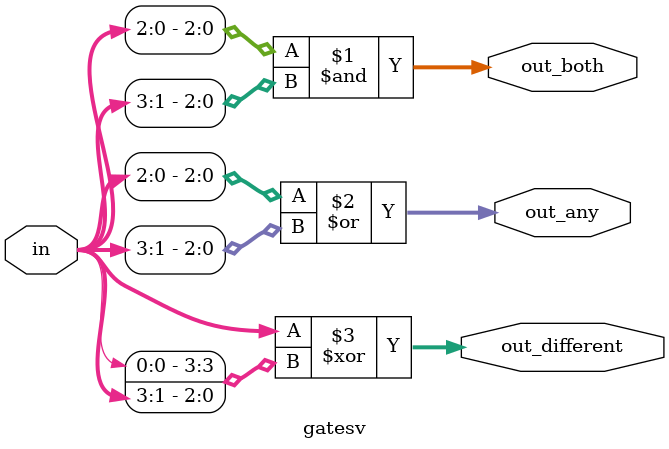
<source format=v>

module gatesv (
  input [3:0] in,
  output [2:0] out_both,
  output [3:1] out_any,
  output [3:0] out_different

);

  assign out_both = in[2:0] & in[3:1];
  assign out_any = in[2:0] | in[3:1];
  assign out_different = in^{in[0], in[3:1]};

endmodule




</source>
